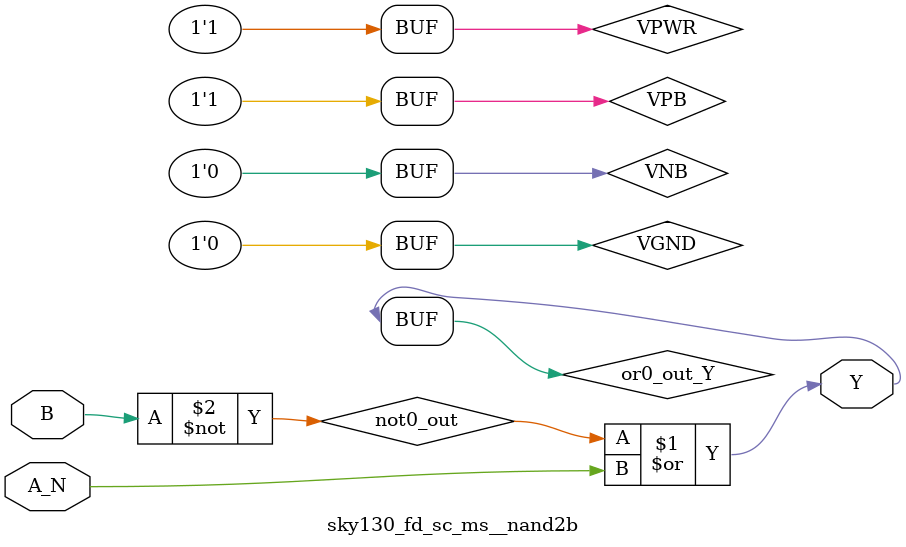
<source format=v>
/*
 * Copyright 2020 The SkyWater PDK Authors
 *
 * Licensed under the Apache License, Version 2.0 (the "License");
 * you may not use this file except in compliance with the License.
 * You may obtain a copy of the License at
 *
 *     https://www.apache.org/licenses/LICENSE-2.0
 *
 * Unless required by applicable law or agreed to in writing, software
 * distributed under the License is distributed on an "AS IS" BASIS,
 * WITHOUT WARRANTIES OR CONDITIONS OF ANY KIND, either express or implied.
 * See the License for the specific language governing permissions and
 * limitations under the License.
 *
 * SPDX-License-Identifier: Apache-2.0
*/


`ifndef SKY130_FD_SC_MS__NAND2B_TIMING_V
`define SKY130_FD_SC_MS__NAND2B_TIMING_V

/**
 * nand2b: 2-input NAND, first input inverted.
 *
 * Verilog simulation timing model.
 */

`timescale 1ns / 1ps
`default_nettype none

`celldefine
module sky130_fd_sc_ms__nand2b (
    Y  ,
    A_N,
    B
);

    // Module ports
    output Y  ;
    input  A_N;
    input  B  ;

    // Module supplies
    supply1 VPWR;
    supply0 VGND;
    supply1 VPB ;
    supply0 VNB ;

    // Local signals
    wire not0_out ;
    wire or0_out_Y;

    //  Name  Output     Other arguments
    not not0 (not0_out , B              );
    or  or0  (or0_out_Y, not0_out, A_N  );
    buf buf0 (Y        , or0_out_Y      );

endmodule
`endcelldefine

`default_nettype wire
`endif  // SKY130_FD_SC_MS__NAND2B_TIMING_V

</source>
